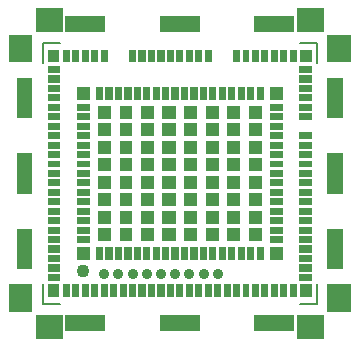
<source format=gbr>
G04 CAM350/DFMSTREAM V12.2 (Build 1124) Date:  Wed Mar 06 16:06:52 2019 *
G04 Database: d:\cad\swi_source\new folder\airprime hl and wp series snap-in socket.cam *
G04 Layer 4: SOLDER_MASK *
%FSLAX23Y23*%
%MOIN*%
%SFA1.000B1.000*%

%MIA0B0*%
%IPPOS*%
%ADD13C,0.03543*%
%ADD14C,0.04331*%
%ADD16C,0.00591*%
%LNSOLDER_MASK*%
%LPD*%
G36*
X398Y335D02*
G01Y358D01*
X441*
Y335*
X398*
G37*
G36*
Y303D02*
G01Y327D01*
X441*
Y303*
X398*
G37*
G36*
Y272D02*
G01Y295D01*
X441*
Y272*
X398*
G37*
G36*
Y240D02*
G01Y264D01*
X441*
Y240*
X398*
G37*
G36*
Y209D02*
G01Y232D01*
X441*
Y209*
X398*
G37*
G36*
Y177D02*
G01Y201D01*
X441*
Y177*
X398*
G37*
G36*
Y114D02*
G01Y138D01*
X441*
Y114*
X398*
G37*
G36*
Y83D02*
G01Y106D01*
X441*
Y83*
X398*
G37*
G36*
Y51D02*
G01Y75D01*
X441*
Y51*
X398*
G37*
G36*
Y20D02*
G01Y43D01*
X441*
Y20*
X398*
G37*
G36*
Y-12D02*
G01Y12D01*
X441*
Y-12*
X398*
G37*
G36*
Y-43D02*
G01Y-20D01*
X441*
Y-43*
X398*
G37*
G36*
Y-75D02*
G01Y-51D01*
X441*
Y-75*
X398*
G37*
G36*
Y-106D02*
G01Y-83D01*
X441*
Y-106*
X398*
G37*
G36*
Y-138D02*
G01Y-114D01*
X441*
Y-138*
X398*
G37*
G36*
Y-169D02*
G01Y-146D01*
X441*
Y-169*
X398*
G37*
G36*
Y-201D02*
G01Y-177D01*
X441*
Y-201*
X398*
G37*
G36*
Y-232D02*
G01Y-209D01*
X441*
Y-232*
X398*
G37*
G36*
Y-264D02*
G01Y-240D01*
X441*
Y-264*
X398*
G37*
G36*
Y-295D02*
G01Y-272D01*
X441*
Y-295*
X398*
G37*
G36*
Y-327D02*
G01Y-303D01*
X441*
Y-327*
X398*
G37*
G36*
Y-358D02*
G01Y-335D01*
X441*
Y-358*
X398*
G37*
G36*
X366Y370D02*
G01Y413D01*
X390*
Y370*
X366*
G37*
G36*
Y-413D02*
G01Y-370D01*
X390*
Y-413*
X366*
G37*
G36*
X335Y370D02*
G01Y413D01*
X358*
Y370*
X335*
G37*
G36*
Y-413D02*
G01Y-370D01*
X358*
Y-413*
X335*
G37*
G36*
X303Y370D02*
G01Y413D01*
X327*
Y370*
X303*
G37*
G36*
Y-413D02*
G01Y-370D01*
X327*
Y-413*
X303*
G37*
G36*
X300Y209D02*
G01Y232D01*
X344*
Y209*
X300*
G37*
G36*
Y177D02*
G01Y201D01*
X344*
Y177*
X300*
G37*
G36*
Y146D02*
G01Y169D01*
X344*
Y146*
X300*
G37*
G36*
Y114D02*
G01Y138D01*
X344*
Y114*
X300*
G37*
G36*
Y83D02*
G01Y106D01*
X344*
Y83*
X300*
G37*
G36*
Y51D02*
G01Y75D01*
X344*
Y51*
X300*
G37*
G36*
Y20D02*
G01Y43D01*
X344*
Y20*
X300*
G37*
G36*
Y-12D02*
G01Y12D01*
X344*
Y-12*
X300*
G37*
G36*
Y-43D02*
G01Y-20D01*
X344*
Y-43*
X300*
G37*
G36*
Y-75D02*
G01Y-51D01*
X344*
Y-75*
X300*
G37*
G36*
Y-106D02*
G01Y-83D01*
X344*
Y-106*
X300*
G37*
G36*
Y-138D02*
G01Y-114D01*
X344*
Y-138*
X300*
G37*
G36*
Y-169D02*
G01Y-146D01*
X344*
Y-169*
X300*
G37*
G36*
Y-201D02*
G01Y-177D01*
X344*
Y-201*
X300*
G37*
G36*
Y-232D02*
G01Y-209D01*
X344*
Y-232*
X300*
G37*
G36*
X272Y370D02*
G01Y413D01*
X295*
Y370*
X272*
G37*
G36*
Y-413D02*
G01Y-370D01*
X295*
Y-413*
X272*
G37*
G36*
X256Y245D02*
G01Y289D01*
X280*
Y245*
X256*
G37*
G36*
Y-289D02*
G01Y-245D01*
X280*
Y-289*
X256*
G37*
G36*
X240Y370D02*
G01Y413D01*
X264*
Y370*
X240*
G37*
G36*
Y-413D02*
G01Y-370D01*
X264*
Y-413*
X240*
G37*
G36*
X224Y245D02*
G01Y289D01*
X248*
Y245*
X224*
G37*
G36*
Y-289D02*
G01Y-245D01*
X248*
Y-289*
X224*
G37*
G36*
X209Y370D02*
G01Y413D01*
X232*
Y370*
X209*
G37*
G36*
Y-413D02*
G01Y-370D01*
X232*
Y-413*
X209*
G37*
G36*
X193Y245D02*
G01Y289D01*
X217*
Y245*
X193*
G37*
G36*
Y-289D02*
G01Y-245D01*
X217*
Y-289*
X193*
G37*
G36*
X177Y370D02*
G01Y413D01*
X201*
Y370*
X177*
G37*
G36*
Y-413D02*
G01Y-370D01*
X201*
Y-413*
X177*
G37*
G36*
X161Y245D02*
G01Y289D01*
X185*
Y245*
X161*
G37*
G36*
Y-289D02*
G01Y-245D01*
X185*
Y-289*
X161*
G37*
G36*
X146Y-413D02*
G01Y-370D01*
X169*
Y-413*
X146*
G37*
G36*
X130Y245D02*
G01Y289D01*
X154*
Y245*
X130*
G37*
G36*
Y-289D02*
G01Y-245D01*
X154*
Y-289*
X130*
G37*
G36*
X114Y-413D02*
G01Y-370D01*
X138*
Y-413*
X114*
G37*
G36*
X98Y245D02*
G01Y289D01*
X122*
Y245*
X98*
G37*
G36*
Y-289D02*
G01Y-245D01*
X122*
Y-289*
X98*
G37*
G36*
X83Y370D02*
G01Y413D01*
X106*
Y370*
X83*
G37*
G36*
Y-413D02*
G01Y-370D01*
X106*
Y-413*
X83*
G37*
G36*
X67Y245D02*
G01Y289D01*
X91*
Y245*
X67*
G37*
G36*
Y-289D02*
G01Y-245D01*
X91*
Y-289*
X67*
G37*
G36*
X51Y370D02*
G01Y413D01*
X75*
Y370*
X51*
G37*
G36*
Y-413D02*
G01Y-370D01*
X75*
Y-413*
X51*
G37*
G36*
X35Y245D02*
G01Y289D01*
X59*
Y245*
X35*
G37*
G36*
Y-289D02*
G01Y-245D01*
X59*
Y-289*
X35*
G37*
G36*
X20Y370D02*
G01Y413D01*
X43*
Y370*
X20*
G37*
G36*
Y-413D02*
G01Y-370D01*
X43*
Y-413*
X20*
G37*
G36*
X4Y245D02*
G01Y289D01*
X28*
Y245*
X4*
G37*
G36*
Y-289D02*
G01Y-245D01*
X28*
Y-289*
X4*
G37*
G36*
X-12Y370D02*
G01Y413D01*
X12*
Y370*
X-12*
G37*
G36*
Y-413D02*
G01Y-370D01*
X12*
Y-413*
X-12*
G37*
G36*
X-28Y245D02*
G01Y289D01*
X-4*
Y245*
X-28*
G37*
G36*
Y-289D02*
G01Y-245D01*
X-4*
Y-289*
X-28*
G37*
G36*
X-43Y370D02*
G01Y413D01*
X-20*
Y370*
X-43*
G37*
G36*
Y-413D02*
G01Y-370D01*
X-20*
Y-413*
X-43*
G37*
G36*
X-59Y245D02*
G01Y289D01*
X-35*
Y245*
X-59*
G37*
G36*
Y-289D02*
G01Y-245D01*
X-35*
Y-289*
X-59*
G37*
G36*
X-75Y370D02*
G01Y413D01*
X-51*
Y370*
X-75*
G37*
G36*
Y-413D02*
G01Y-370D01*
X-51*
Y-413*
X-75*
G37*
G36*
X-91Y245D02*
G01Y289D01*
X-67*
Y245*
X-91*
G37*
G36*
Y-289D02*
G01Y-245D01*
X-67*
Y-289*
X-91*
G37*
G36*
X-106Y370D02*
G01Y413D01*
X-83*
Y370*
X-106*
G37*
G36*
Y-413D02*
G01Y-370D01*
X-83*
Y-413*
X-106*
G37*
G36*
X-122Y245D02*
G01Y289D01*
X-98*
Y245*
X-122*
G37*
G36*
Y-289D02*
G01Y-245D01*
X-98*
Y-289*
X-122*
G37*
G36*
X-138Y370D02*
G01Y413D01*
X-114*
Y370*
X-138*
G37*
G36*
Y-413D02*
G01Y-370D01*
X-114*
Y-413*
X-138*
G37*
G36*
X-154Y245D02*
G01Y289D01*
X-130*
Y245*
X-154*
G37*
G36*
Y-289D02*
G01Y-245D01*
X-130*
Y-289*
X-154*
G37*
G36*
X-169Y370D02*
G01Y413D01*
X-146*
Y370*
X-169*
G37*
G36*
Y-413D02*
G01Y-370D01*
X-146*
Y-413*
X-169*
G37*
G36*
X-185Y245D02*
G01Y289D01*
X-161*
Y245*
X-185*
G37*
G36*
Y-289D02*
G01Y-245D01*
X-161*
Y-289*
X-185*
G37*
G36*
X-201Y-413D02*
G01Y-370D01*
X-177*
Y-413*
X-201*
G37*
G36*
X-217Y245D02*
G01Y289D01*
X-193*
Y245*
X-217*
G37*
G36*
Y-289D02*
G01Y-245D01*
X-193*
Y-289*
X-217*
G37*
G36*
X-232Y-413D02*
G01Y-370D01*
X-209*
Y-413*
X-232*
G37*
G36*
X-248Y245D02*
G01Y289D01*
X-224*
Y245*
X-248*
G37*
G36*
Y-289D02*
G01Y-245D01*
X-224*
Y-289*
X-248*
G37*
G36*
X-264Y370D02*
G01Y413D01*
X-240*
Y370*
X-264*
G37*
G36*
Y-413D02*
G01Y-370D01*
X-240*
Y-413*
X-264*
G37*
G36*
X-280Y245D02*
G01Y289D01*
X-256*
Y245*
X-280*
G37*
G36*
Y-289D02*
G01Y-245D01*
X-256*
Y-289*
X-280*
G37*
G36*
X-295Y370D02*
G01Y413D01*
X-272*
Y370*
X-295*
G37*
G36*
Y-413D02*
G01Y-370D01*
X-272*
Y-413*
X-295*
G37*
G36*
X-327Y370D02*
G01Y413D01*
X-303*
Y370*
X-327*
G37*
G36*
Y-413D02*
G01Y-370D01*
X-303*
Y-413*
X-327*
G37*
G36*
X-344Y209D02*
G01Y232D01*
X-300*
Y209*
X-344*
G37*
G36*
Y177D02*
G01Y201D01*
X-300*
Y177*
X-344*
G37*
G36*
Y146D02*
G01Y169D01*
X-300*
Y146*
X-344*
G37*
G36*
Y114D02*
G01Y138D01*
X-300*
Y114*
X-344*
G37*
G36*
Y83D02*
G01Y106D01*
X-300*
Y83*
X-344*
G37*
G36*
Y51D02*
G01Y75D01*
X-300*
Y51*
X-344*
G37*
G36*
Y20D02*
G01Y43D01*
X-300*
Y20*
X-344*
G37*
G36*
Y-12D02*
G01Y12D01*
X-300*
Y-12*
X-344*
G37*
G36*
Y-43D02*
G01Y-20D01*
X-300*
Y-43*
X-344*
G37*
G36*
Y-75D02*
G01Y-51D01*
X-300*
Y-75*
X-344*
G37*
G36*
Y-106D02*
G01Y-83D01*
X-300*
Y-106*
X-344*
G37*
G36*
Y-138D02*
G01Y-114D01*
X-300*
Y-138*
X-344*
G37*
G36*
Y-169D02*
G01Y-146D01*
X-300*
Y-169*
X-344*
G37*
G36*
Y-201D02*
G01Y-177D01*
X-300*
Y-201*
X-344*
G37*
G36*
Y-232D02*
G01Y-209D01*
X-300*
Y-232*
X-344*
G37*
G36*
X-358Y370D02*
G01Y413D01*
X-335*
Y370*
X-358*
G37*
G36*
Y-413D02*
G01Y-370D01*
X-335*
Y-413*
X-358*
G37*
G36*
X-390Y370D02*
G01Y413D01*
X-366*
Y370*
X-390*
G37*
G36*
Y-413D02*
G01Y-370D01*
X-366*
Y-413*
X-390*
G37*
G36*
X-441Y335D02*
G01Y358D01*
X-398*
Y335*
X-441*
G37*
G36*
Y303D02*
G01Y327D01*
X-398*
Y303*
X-441*
G37*
G36*
Y272D02*
G01Y295D01*
X-398*
Y272*
X-441*
G37*
G36*
Y240D02*
G01Y264D01*
X-398*
Y240*
X-441*
G37*
G36*
Y209D02*
G01Y232D01*
X-398*
Y209*
X-441*
G37*
G36*
Y177D02*
G01Y201D01*
X-398*
Y177*
X-441*
G37*
G36*
Y146D02*
G01Y169D01*
X-398*
Y146*
X-441*
G37*
G36*
Y114D02*
G01Y138D01*
X-398*
Y114*
X-441*
G37*
G36*
Y83D02*
G01Y106D01*
X-398*
Y83*
X-441*
G37*
G36*
Y51D02*
G01Y75D01*
X-398*
Y51*
X-441*
G37*
G36*
Y20D02*
G01Y43D01*
X-398*
Y20*
X-441*
G37*
G36*
Y-12D02*
G01Y12D01*
X-398*
Y-12*
X-441*
G37*
G36*
Y-43D02*
G01Y-20D01*
X-398*
Y-43*
X-441*
G37*
G36*
Y-75D02*
G01Y-51D01*
X-398*
Y-75*
X-441*
G37*
G36*
Y-106D02*
G01Y-83D01*
X-398*
Y-106*
X-441*
G37*
G36*
Y-138D02*
G01Y-114D01*
X-398*
Y-138*
X-441*
G37*
G36*
Y-169D02*
G01Y-146D01*
X-398*
Y-169*
X-441*
G37*
G36*
Y-201D02*
G01Y-177D01*
X-398*
Y-201*
X-441*
G37*
G36*
Y-232D02*
G01Y-209D01*
X-398*
Y-232*
X-441*
G37*
G36*
Y-264D02*
G01Y-240D01*
X-398*
Y-264*
X-441*
G37*
G36*
Y-295D02*
G01Y-272D01*
X-398*
Y-295*
X-441*
G37*
G36*
Y-327D02*
G01Y-303D01*
X-398*
Y-327*
X-441*
G37*
G36*
Y-358D02*
G01Y-335D01*
X-398*
Y-358*
X-441*
G37*
G36*
X402Y370D02*
G01Y413D01*
X441*
Y370*
X402*
G37*
G36*
Y-413D02*
G01Y-370D01*
X441*
Y-413*
X402*
G37*
G36*
X-441Y370D02*
G01Y413D01*
X-402*
Y370*
X-441*
G37*
G36*
Y-413D02*
G01Y-370D01*
X-402*
Y-413*
X-441*
G37*
G36*
X300Y245D02*
G01Y289D01*
X344*
Y245*
X300*
G37*
G36*
Y-289D02*
G01Y-245D01*
X344*
Y-289*
X300*
G37*
G36*
X230Y182D02*
G01Y225D01*
X273*
Y182*
X230*
G37*
G36*
Y124D02*
G01Y167D01*
X273*
Y124*
X230*
G37*
G36*
Y65D02*
G01Y109D01*
X273*
Y65*
X230*
G37*
G36*
Y7D02*
G01Y51D01*
X273*
Y7*
X230*
G37*
G36*
Y-51D02*
G01Y-7D01*
X273*
Y-51*
X230*
G37*
G36*
Y-109D02*
G01Y-65D01*
X273*
Y-109*
X230*
G37*
G36*
Y-167D02*
G01Y-124D01*
X273*
Y-167*
X230*
G37*
G36*
Y-225D02*
G01Y-182D01*
X273*
Y-225*
X230*
G37*
G36*
X158Y182D02*
G01Y225D01*
X201*
Y182*
X158*
G37*
G36*
Y124D02*
G01Y167D01*
X201*
Y124*
X158*
G37*
G36*
Y65D02*
G01Y109D01*
X201*
Y65*
X158*
G37*
G36*
Y7D02*
G01Y51D01*
X201*
Y7*
X158*
G37*
G36*
Y-51D02*
G01Y-7D01*
X201*
Y-51*
X158*
G37*
G36*
Y-109D02*
G01Y-65D01*
X201*
Y-109*
X158*
G37*
G36*
Y-167D02*
G01Y-124D01*
X201*
Y-167*
X158*
G37*
G36*
Y-225D02*
G01Y-182D01*
X201*
Y-225*
X158*
G37*
G36*
X86Y182D02*
G01Y225D01*
X129*
Y182*
X86*
G37*
G36*
Y124D02*
G01Y167D01*
X129*
Y124*
X86*
G37*
G36*
Y65D02*
G01Y109D01*
X129*
Y65*
X86*
G37*
G36*
Y7D02*
G01Y51D01*
X129*
Y7*
X86*
G37*
G36*
Y-51D02*
G01Y-7D01*
X129*
Y-51*
X86*
G37*
G36*
Y-109D02*
G01Y-65D01*
X129*
Y-109*
X86*
G37*
G36*
Y-167D02*
G01Y-124D01*
X129*
Y-167*
X86*
G37*
G36*
Y-225D02*
G01Y-182D01*
X129*
Y-225*
X86*
G37*
G36*
X14Y182D02*
G01Y225D01*
X58*
Y182*
X14*
G37*
G36*
Y124D02*
G01Y167D01*
X58*
Y124*
X14*
G37*
G36*
Y65D02*
G01Y109D01*
X58*
Y65*
X14*
G37*
G36*
Y7D02*
G01Y51D01*
X58*
Y7*
X14*
G37*
G36*
Y-51D02*
G01Y-7D01*
X58*
Y-51*
X14*
G37*
G36*
Y-109D02*
G01Y-65D01*
X58*
Y-109*
X14*
G37*
G36*
Y-167D02*
G01Y-124D01*
X58*
Y-167*
X14*
G37*
G36*
Y-225D02*
G01Y-182D01*
X58*
Y-225*
X14*
G37*
G36*
X-58Y182D02*
G01Y225D01*
X-14*
Y182*
X-58*
G37*
G36*
Y124D02*
G01Y167D01*
X-14*
Y124*
X-58*
G37*
G36*
Y65D02*
G01Y109D01*
X-14*
Y65*
X-58*
G37*
G36*
Y7D02*
G01Y51D01*
X-14*
Y7*
X-58*
G37*
G36*
Y-51D02*
G01Y-7D01*
X-14*
Y-51*
X-58*
G37*
G36*
Y-109D02*
G01Y-65D01*
X-14*
Y-109*
X-58*
G37*
G36*
Y-167D02*
G01Y-124D01*
X-14*
Y-167*
X-58*
G37*
G36*
Y-225D02*
G01Y-182D01*
X-14*
Y-225*
X-58*
G37*
G36*
X-129Y182D02*
G01Y225D01*
X-86*
Y182*
X-129*
G37*
G36*
Y124D02*
G01Y167D01*
X-86*
Y124*
X-129*
G37*
G36*
Y65D02*
G01Y109D01*
X-86*
Y65*
X-129*
G37*
G36*
Y7D02*
G01Y51D01*
X-86*
Y7*
X-129*
G37*
G36*
Y-51D02*
G01Y-7D01*
X-86*
Y-51*
X-129*
G37*
G36*
Y-109D02*
G01Y-65D01*
X-86*
Y-109*
X-129*
G37*
G36*
Y-167D02*
G01Y-124D01*
X-86*
Y-167*
X-129*
G37*
G36*
Y-225D02*
G01Y-182D01*
X-86*
Y-225*
X-129*
G37*
G36*
X-201Y182D02*
G01Y225D01*
X-158*
Y182*
X-201*
G37*
G36*
Y124D02*
G01Y167D01*
X-158*
Y124*
X-201*
G37*
G36*
Y65D02*
G01Y109D01*
X-158*
Y65*
X-201*
G37*
G36*
Y7D02*
G01Y51D01*
X-158*
Y7*
X-201*
G37*
G36*
Y-51D02*
G01Y-7D01*
X-158*
Y-51*
X-201*
G37*
G36*
Y-109D02*
G01Y-65D01*
X-158*
Y-109*
X-201*
G37*
G36*
Y-167D02*
G01Y-124D01*
X-158*
Y-167*
X-201*
G37*
G36*
Y-225D02*
G01Y-182D01*
X-158*
Y-225*
X-201*
G37*
G36*
X-273Y182D02*
G01Y225D01*
X-230*
Y182*
X-273*
G37*
G36*
Y124D02*
G01Y167D01*
X-230*
Y124*
X-273*
G37*
G36*
Y65D02*
G01Y109D01*
X-230*
Y65*
X-273*
G37*
G36*
Y7D02*
G01Y51D01*
X-230*
Y7*
X-273*
G37*
G36*
Y-51D02*
G01Y-7D01*
X-230*
Y-51*
X-273*
G37*
G36*
Y-109D02*
G01Y-65D01*
X-230*
Y-109*
X-273*
G37*
G36*
Y-167D02*
G01Y-124D01*
X-230*
Y-167*
X-273*
G37*
G36*
Y-225D02*
G01Y-182D01*
X-230*
Y-225*
X-273*
G37*
G36*
X-344Y245D02*
G01Y289D01*
X-300*
Y245*
X-344*
G37*
G36*
Y-289D02*
G01Y-245D01*
X-300*
Y-289*
X-344*
G37*
G36*
X492Y185D02*
G01Y319D01*
X543*
Y185*
X492*
G37*
G36*
Y-67D02*
G01Y67D01*
X543*
Y-67*
X492*
G37*
G36*
Y-319D02*
G01Y-185D01*
X543*
Y-319*
X492*
G37*
G36*
X248Y472D02*
G01Y524D01*
X382*
Y472*
X248*
G37*
G36*
Y-524D02*
G01Y-472D01*
X382*
Y-524*
X248*
G37*
G36*
X-67Y472D02*
G01Y524D01*
X67*
Y472*
X-67*
G37*
G36*
Y-524D02*
G01Y-472D01*
X67*
Y-524*
X-67*
G37*
G36*
X-382Y472D02*
G01Y524D01*
X-248*
Y472*
X-382*
G37*
G36*
Y-524D02*
G01Y-472D01*
X-248*
Y-524*
X-382*
G37*
G36*
X-543Y185D02*
G01Y319D01*
X-492*
Y185*
X-543*
G37*
G36*
Y-67D02*
G01Y67D01*
X-492*
Y-67*
X-543*
G37*
G36*
Y-319D02*
G01Y-185D01*
X-492*
Y-319*
X-543*
G37*
G36*
X492Y370D02*
G01Y461D01*
X571*
Y370*
X492*
G37*
G36*
Y-461D02*
G01Y-370D01*
X571*
Y-461*
X492*
G37*
G36*
X390Y472D02*
G01Y551D01*
X480*
Y472*
X390*
G37*
G36*
Y-551D02*
G01Y-472D01*
X480*
Y-551*
X390*
G37*
G36*
X-480Y472D02*
G01Y551D01*
X-390*
Y472*
X-480*
G37*
G36*
Y-551D02*
G01Y-472D01*
X-390*
Y-551*
X-480*
G37*
G36*
X-571Y370D02*
G01Y461D01*
X-492*
Y370*
X-571*
G37*
G36*
Y-461D02*
G01Y-370D01*
X-492*
Y-461*
X-571*
G37*
G54D13*
X126Y-334D03*
X79D03*
X31D03*
X-16D03*
X-63D03*
X-110D03*
X-157D03*
X-205D03*
X-252D03*
G54D14*
X-322Y-326D03*
G54D16*
X401Y-436D02*
G01X456D01*
Y-369*
X-401Y-436D02*
G01X-456D01*
Y-369*
X-401Y436D02*
G01X-456D01*
Y369*
X401Y436D02*
G01X456D01*
Y369*
M02*

</source>
